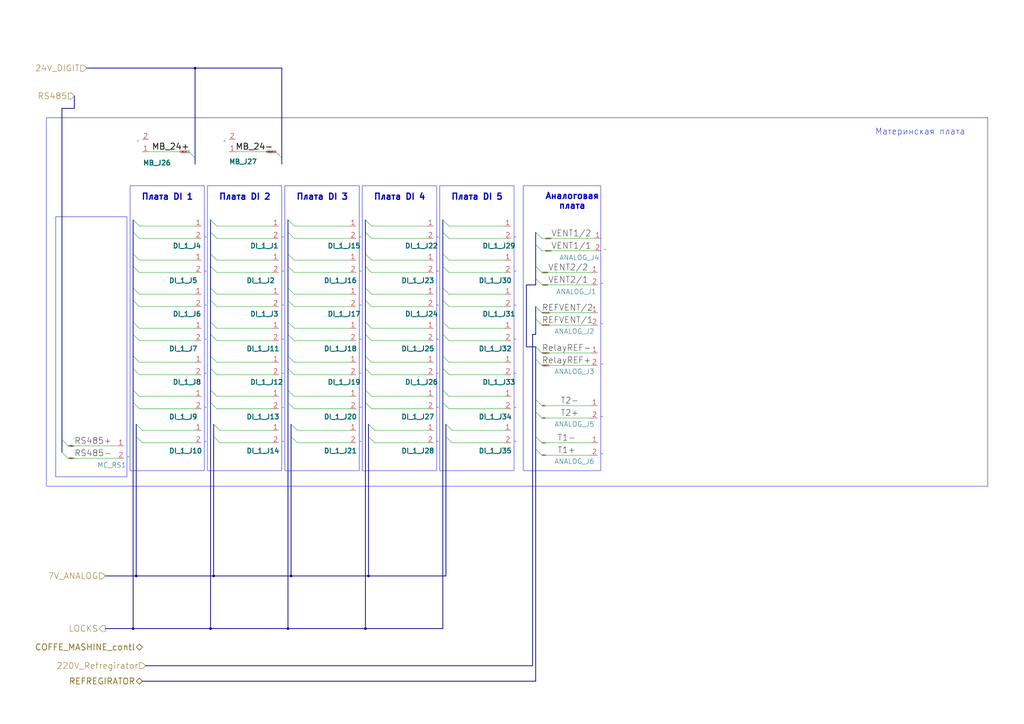
<source format=kicad_sch>
(kicad_sch (version 20231120) (generator "eeschema") (generator_version "8.0")
  (paper "A3")
  (lib_symbols
    (symbol "Connector:Conn_01x02_(wide)"
      (property "Reference" "J" (at 0 0 0))
      (symbol "Conn_01x02_(wide)_1_1"
        (pin input line (at -2.54 -5.08 0) (length 2.54) (name "") (number "1"))
        (pin input line (at -2.54 -10.16 0) (length 2.54) (name "") (number "2"))
      )
    )
  )
  (junction (at 54.61 257.81))
  (junction (at 80.01 27.94))
  (junction (at 119.38 236.22))
  (junction (at 118.11 257.81))
  (junction (at 55.88 236.22))
  (junction (at 87.63 236.22))
  (junction (at 151.13 236.22))
  (junction (at 86.36 257.81))
  (junction (at 149.86 257.81))
  (bus_entry (at 118.11 151.13) (size 2.54 2.54))
  (bus_entry (at 149.86 118.11) (size 2.54 2.54))
  (bus_entry (at 181.61 160.02) (size 2.54 2.54))
  (bus_entry (at 86.36 160.02) (size 2.54 2.54))
  (bus_entry (at 86.36 109.22) (size 2.54 2.54))
  (bus_entry (at 80.01 64.77) (size -2.54 -2.54))
  (bus_entry (at 119.38 179.07) (size 2.54 2.54))
  (bus_entry (at 219.71 163.83) (size 2.54 2.54))
  (bus_entry (at 219.71 125.73) (size 2.54 2.54))
  (bus_entry (at 118.11 104.14) (size 2.54 2.54))
  (bus_entry (at 54.61 146.05) (size 2.54 2.54))
  (bus_entry (at 86.36 137.16) (size 2.54 2.54))
  (bus_entry (at 219.71 114.3) (size 2.54 2.54))
  (bus_entry (at 182.88 179.07) (size 2.54 2.54))
  (bus_entry (at 54.61 137.16) (size 2.54 2.54))
  (bus_entry (at 149.86 160.02) (size 2.54 2.54))
  (bus_entry (at 87.63 179.07) (size 2.54 2.54))
  (bus_entry (at 54.61 118.11) (size 2.54 2.54))
  (bus_entry (at 149.86 109.22) (size 2.54 2.54))
  (bus_entry (at 219.71 179.07) (size 2.54 2.54))
  (bus_entry (at 86.36 104.14) (size 2.54 2.54))
  (bus_entry (at 149.86 165.1) (size 2.54 2.54))
  (bus_entry (at 25.4 180.34) (size 2.54 2.54))
  (bus_entry (at 86.36 151.13) (size 2.54 2.54))
  (bus_entry (at 219.71 95.25) (size 2.54 2.54))
  (bus_entry (at 219.71 147.32) (size 2.54 2.54))
  (bus_entry (at 55.88 173.99) (size 2.54 2.54))
  (bus_entry (at 118.11 90.17) (size 2.54 2.54))
  (bus_entry (at 54.61 123.19) (size 2.54 2.54))
  (bus_entry (at 118.11 146.05) (size 2.54 2.54))
  (bus_entry (at 118.11 160.02) (size 2.54 2.54))
  (bus_entry (at 149.86 104.14) (size 2.54 2.54))
  (bus_entry (at 151.13 179.07) (size 2.54 2.54))
  (bus_entry (at 54.61 160.02) (size 2.54 2.54))
  (bus_entry (at 118.11 132.08) (size 2.54 2.54))
  (bus_entry (at 219.71 130.81) (size 2.54 2.54))
  (bus_entry (at 118.11 165.1) (size 2.54 2.54))
  (bus_entry (at 149.86 132.08) (size 2.54 2.54))
  (bus_entry (at 181.61 95.25) (size 2.54 2.54))
  (bus_entry (at 86.36 90.17) (size 2.54 2.54))
  (bus_entry (at 182.88 173.99) (size 2.54 2.54))
  (bus_entry (at 54.61 95.25) (size 2.54 2.54))
  (bus_entry (at 86.36 132.08) (size 2.54 2.54))
  (bus_entry (at 149.86 95.25) (size 2.54 2.54))
  (bus_entry (at 118.11 137.16) (size 2.54 2.54))
  (bus_entry (at 181.61 109.22) (size 2.54 2.54))
  (bus_entry (at 149.86 151.13) (size 2.54 2.54))
  (bus_entry (at 86.36 146.05) (size 2.54 2.54))
  (bus_entry (at 149.86 123.19) (size 2.54 2.54))
  (bus_entry (at 181.61 90.17) (size 2.54 2.54))
  (bus_entry (at 54.61 109.22) (size 2.54 2.54))
  (bus_entry (at 181.61 118.11) (size 2.54 2.54))
  (bus_entry (at 86.36 123.19) (size 2.54 2.54))
  (bus_entry (at 119.38 173.99) (size 2.54 2.54))
  (bus_entry (at 149.86 90.17) (size 2.54 2.54))
  (bus_entry (at 181.61 137.16) (size 2.54 2.54))
  (bus_entry (at 219.71 142.24) (size 2.54 2.54))
  (bus_entry (at 149.86 137.16) (size 2.54 2.54))
  (bus_entry (at 115.57 64.77) (size -2.54 -2.54))
  (bus_entry (at 87.63 173.99) (size 2.54 2.54))
  (bus_entry (at 181.61 151.13) (size 2.54 2.54))
  (bus_entry (at 54.61 104.14) (size 2.54 2.54))
  (bus_entry (at 219.71 184.15) (size 2.54 2.54))
  (bus_entry (at 86.36 95.25) (size 2.54 2.54))
  (bus_entry (at 55.88 179.07) (size 2.54 2.54))
  (bus_entry (at 118.11 123.19) (size 2.54 2.54))
  (bus_entry (at 118.11 109.22) (size 2.54 2.54))
  (bus_entry (at 181.61 104.14) (size 2.54 2.54))
  (bus_entry (at 25.4 185.42) (size 2.54 2.54))
  (bus_entry (at 149.86 146.05) (size 2.54 2.54))
  (bus_entry (at 181.61 123.19) (size 2.54 2.54))
  (bus_entry (at 54.61 132.08) (size 2.54 2.54))
  (bus_entry (at 181.61 146.05) (size 2.54 2.54))
  (bus_entry (at 86.36 165.1) (size 2.54 2.54))
  (bus_entry (at 219.71 100.33) (size 2.54 2.54))
  (bus_entry (at 151.13 173.99) (size 2.54 2.54))
  (bus_entry (at 219.71 168.91) (size 2.54 2.54))
  (bus_entry (at 181.61 165.1) (size 2.54 2.54))
  (bus_entry (at 54.61 165.1) (size 2.54 2.54))
  (bus_entry (at 181.61 132.08) (size 2.54 2.54))
  (bus_entry (at 86.36 118.11) (size 2.54 2.54))
  (bus_entry (at 219.71 109.22) (size 2.54 2.54))
  (bus_entry (at 118.11 95.25) (size 2.54 2.54))
  (bus_entry (at 54.61 90.17) (size 2.54 2.54))
  (bus_entry (at 54.61 151.13) (size 2.54 2.54))
  (bus_entry (at 118.11 118.11) (size 2.54 2.54))
  (wire (pts (xy 152.4 111.76) (xy 175.26 111.76)))
  (bus (pts (xy 118.11 90.17) (xy 118.11 95.25)))
  (bus (pts (xy 86.36 160.02) (xy 86.36 165.1)))
  (bus (pts (xy 118.11 146.05) (xy 118.11 151.13)))
  (wire (pts (xy 88.9 162.56) (xy 111.76 162.56)))
  (bus (pts (xy 149.86 90.17) (xy 149.86 95.25)))
  (wire (pts (xy 90.17 181.61) (xy 111.76 181.61)))
  (wire (pts (xy 185.42 176.53) (xy 207.01 176.53)))
  (bus (pts (xy 181.61 160.02) (xy 181.61 165.1)))
  (bus (pts (xy 149.86 137.16) (xy 149.86 146.05)))
  (bus (pts (xy 149.86 95.25) (xy 149.86 104.14)))
  (bus (pts (xy 86.36 104.14) (xy 86.36 109.22)))
  (bus (pts (xy 219.71 163.83) (xy 219.71 168.91)))
  (bus (pts (xy 87.63 236.22) (xy 119.38 236.22)))
  (bus (pts (xy 219.71 114.3) (xy 219.71 109.22)))
  (bus (pts (xy 25.4 44.45) (xy 30.48 44.45)))
  (bus (pts (xy 219.71 168.91) (xy 219.71 179.07)))
  (bus (pts (xy 149.86 104.14) (xy 149.86 109.22)))
  (wire (pts (xy 57.15 134.62) (xy 80.01 134.62)))
  (bus (pts (xy 30.48 44.45) (xy 30.48 39.37)))
  (wire (pts (xy 184.15 162.56) (xy 207.01 162.56)))
  (bus (pts (xy 54.61 104.14) (xy 54.61 109.22)))
  (bus (pts (xy 182.88 173.99) (xy 182.88 179.07)))
  (bus (pts (xy 86.36 123.19) (xy 86.36 132.08)))
  (bus (pts (xy 80.01 27.94) (xy 115.57 27.94)))
  (wire (pts (xy 184.15 92.71) (xy 207.01 92.71)))
  (bus (pts (xy 182.88 236.22) (xy 151.13 236.22)))
  (bus (pts (xy 219.71 179.07) (xy 219.71 184.15)))
  (wire (pts (xy 222.25 111.76) (xy 242.57 111.76)))
  (bus (pts (xy 54.61 109.22) (xy 54.61 118.11)))
  (bus (pts (xy 54.61 118.11) (xy 54.61 123.19)))
  (bus (pts (xy 54.61 90.17) (xy 54.61 95.25)))
  (wire (pts (xy 120.65 139.7) (xy 143.51 139.7)))
  (wire (pts (xy 222.25 97.79) (xy 243.84 97.79)))
  (bus (pts (xy 115.57 67.31) (xy 115.57 64.77)))
  (wire (pts (xy 120.65 153.67) (xy 143.51 153.67)))
  (wire (pts (xy 184.15 125.73) (xy 207.01 125.73)))
  (wire (pts (xy 184.15 148.59) (xy 207.01 148.59)))
  (bus (pts (xy 87.63 179.07) (xy 87.63 236.22)))
  (wire (pts (xy 88.9 120.65) (xy 111.76 120.65)))
  (bus (pts (xy 115.57 64.77) (xy 115.57 27.94)))
  (bus (pts (xy 151.13 173.99) (xy 151.13 179.07)))
  (bus (pts (xy 119.38 236.22) (xy 151.13 236.22)))
  (wire (pts (xy 120.65 120.65) (xy 143.51 120.65)))
  (wire (pts (xy 27.94 182.88) (xy 48.26 182.88)))
  (bus (pts (xy 86.36 151.13) (xy 86.36 160.02)))
  (wire (pts (xy 184.15 106.68) (xy 207.01 106.68)))
  (bus (pts (xy 215.9 116.84) (xy 219.71 116.84)))
  (bus (pts (xy 219.71 142.24) (xy 219.71 147.32)))
  (wire (pts (xy 184.15 139.7) (xy 207.01 139.7)))
  (bus (pts (xy 118.11 137.16) (xy 118.11 146.05)))
  (bus (pts (xy 86.36 132.08) (xy 86.36 137.16)))
  (bus (pts (xy 35.56 27.94) (xy 80.01 27.94)))
  (bus (pts (xy 149.86 123.19) (xy 149.86 132.08)))
  (wire (pts (xy 184.15 153.67) (xy 207.01 153.67)))
  (wire (pts (xy 57.15 139.7) (xy 80.01 139.7)))
  (bus (pts (xy 86.36 137.16) (xy 86.36 146.05)))
  (bus (pts (xy 118.11 123.19) (xy 118.11 132.08)))
  (wire (pts (xy 88.9 148.59) (xy 111.76 148.59)))
  (wire (pts (xy 152.4 120.65) (xy 175.26 120.65)))
  (bus (pts (xy 80.01 67.31) (xy 80.01 64.77)))
  (bus (pts (xy 181.61 151.13) (xy 181.61 160.02)))
  (bus (pts (xy 118.11 160.02) (xy 118.11 165.1)))
  (wire (pts (xy 57.15 125.73) (xy 80.01 125.73)))
  (wire (pts (xy 57.15 111.76) (xy 80.01 111.76)))
  (wire (pts (xy 184.15 97.79) (xy 207.01 97.79)))
  (bus (pts (xy 54.61 137.16) (xy 54.61 146.05)))
  (bus (pts (xy 181.61 118.11) (xy 181.61 123.19)))
  (wire (pts (xy 222.25 166.37) (xy 242.57 166.37)))
  (wire (pts (xy 152.4 162.56) (xy 175.26 162.56)))
  (bus (pts (xy 54.61 160.02) (xy 54.61 165.1)))
  (bus (pts (xy 149.86 109.22) (xy 149.86 118.11)))
  (wire (pts (xy 121.92 181.61) (xy 143.51 181.61)))
  (bus (pts (xy 54.61 257.81) (xy 86.36 257.81)))
  (bus (pts (xy 118.11 118.11) (xy 118.11 123.19)))
  (wire (pts (xy 58.42 181.61) (xy 80.01 181.61)))
  (bus (pts (xy 43.18 236.22) (xy 55.88 236.22)))
  (bus (pts (xy 118.11 257.81) (xy 86.36 257.81)))
  (bus (pts (xy 54.61 95.25) (xy 54.61 104.14)))
  (bus (pts (xy 219.71 147.32) (xy 219.71 163.83)))
  (wire (pts (xy 153.67 176.53) (xy 175.26 176.53)))
  (bus (pts (xy 219.71 130.81) (xy 219.71 137.16)))
  (bus (pts (xy 181.61 165.1) (xy 181.61 257.81)))
  (bus (pts (xy 219.71 142.24) (xy 215.9 142.24)))
  (wire (pts (xy 57.15 106.68) (xy 80.01 106.68)))
  (wire (pts (xy 152.4 148.59) (xy 175.26 148.59)))
  (wire (pts (xy 120.65 97.79) (xy 143.51 97.79)))
  (bus (pts (xy 181.61 257.81) (xy 149.86 257.81)))
  (bus (pts (xy 149.86 118.11) (xy 149.86 123.19)))
  (wire (pts (xy 88.9 92.71) (xy 111.76 92.71)))
  (wire (pts (xy 88.9 139.7) (xy 111.76 139.7)))
  (bus (pts (xy 218.44 273.05) (xy 218.44 137.16)))
  (wire (pts (xy 57.15 120.65) (xy 80.01 120.65)))
  (bus (pts (xy 86.36 146.05) (xy 86.36 151.13)))
  (wire (pts (xy 58.42 176.53) (xy 80.01 176.53)))
  (wire (pts (xy 57.15 162.56) (xy 80.01 162.56)))
  (bus (pts (xy 118.11 95.25) (xy 118.11 104.14)))
  (bus (pts (xy 182.88 179.07) (xy 182.88 236.22)))
  (bus (pts (xy 149.86 160.02) (xy 149.86 165.1)))
  (wire (pts (xy 88.9 134.62) (xy 111.76 134.62)))
  (wire (pts (xy 222.25 128.27) (xy 242.57 128.27)))
  (bus (pts (xy 118.11 165.1) (xy 118.11 257.81)))
  (bus (pts (xy 86.36 95.25) (xy 86.36 104.14)))
  (wire (pts (xy 184.15 134.62) (xy 207.01 134.62)))
  (wire (pts (xy 113.03 62.23) (xy 96.52 62.23)))
  (bus (pts (xy 86.36 109.22) (xy 86.36 118.11)))
  (bus (pts (xy 219.71 125.73) (xy 219.71 130.81)))
  (wire (pts (xy 88.9 125.73) (xy 111.76 125.73)))
  (wire (pts (xy 121.92 176.53) (xy 143.51 176.53)))
  (wire (pts (xy 57.15 148.59) (xy 80.01 148.59)))
  (bus (pts (xy 54.61 123.19) (xy 54.61 132.08)))
  (wire (pts (xy 152.4 134.62) (xy 175.26 134.62)))
  (wire (pts (xy 222.25 144.78) (xy 242.57 144.78)))
  (bus (pts (xy 219.71 100.33) (xy 219.71 109.22)))
  (bus (pts (xy 149.86 165.1) (xy 149.86 257.81)))
  (bus (pts (xy 149.86 257.81) (xy 118.11 257.81)))
  (bus (pts (xy 119.38 173.99) (xy 119.38 179.07)))
  (bus (pts (xy 80.01 27.94) (xy 80.01 64.77)))
  (wire (pts (xy 185.42 181.61) (xy 207.01 181.61)))
  (wire (pts (xy 57.15 92.71) (xy 80.01 92.71)))
  (wire (pts (xy 27.94 187.96) (xy 48.26 187.96)))
  (bus (pts (xy 55.88 179.07) (xy 55.88 236.22)))
  (bus (pts (xy 149.86 132.08) (xy 149.86 137.16)))
  (wire (pts (xy 88.9 106.68) (xy 111.76 106.68)))
  (wire (pts (xy 184.15 120.65) (xy 207.01 120.65)))
  (wire (pts (xy 222.25 116.84) (xy 242.57 116.84)))
  (bus (pts (xy 118.11 151.13) (xy 118.11 160.02)))
  (bus (pts (xy 86.36 257.81) (xy 86.36 165.1)))
  (wire (pts (xy 120.65 106.68) (xy 143.51 106.68)))
  (bus (pts (xy 119.38 179.07) (xy 119.38 236.22)))
  (bus (pts (xy 54.61 165.1) (xy 54.61 257.81)))
  (wire (pts (xy 222.25 133.35) (xy 242.57 133.35)))
  (bus (pts (xy 181.61 137.16) (xy 181.61 146.05)))
  (wire (pts (xy 120.65 134.62) (xy 143.51 134.62)))
  (wire (pts (xy 120.65 167.64) (xy 143.51 167.64)))
  (bus (pts (xy 54.61 146.05) (xy 54.61 151.13)))
  (wire (pts (xy 184.15 167.64) (xy 207.01 167.64)))
  (bus (pts (xy 151.13 179.07) (xy 151.13 236.22)))
  (bus (pts (xy 181.61 109.22) (xy 181.61 118.11)))
  (bus (pts (xy 219.71 137.16) (xy 218.44 137.16)))
  (wire (pts (xy 120.65 125.73) (xy 143.51 125.73)))
  (wire (pts (xy 222.25 171.45) (xy 242.57 171.45)))
  (wire (pts (xy 120.65 92.71) (xy 143.51 92.71)))
  (bus (pts (xy 118.11 132.08) (xy 118.11 137.16)))
  (wire (pts (xy 152.4 92.71) (xy 175.26 92.71)))
  (wire (pts (xy 88.9 167.64) (xy 111.76 167.64)))
  (bus (pts (xy 25.4 185.42) (xy 25.4 180.34)))
  (wire (pts (xy 152.4 97.79) (xy 175.26 97.79)))
  (bus (pts (xy 181.61 104.14) (xy 181.61 109.22)))
  (wire (pts (xy 57.15 97.79) (xy 80.01 97.79)))
  (bus (pts (xy 87.63 236.22) (xy 55.88 236.22)))
  (bus (pts (xy 219.71 100.33) (xy 219.71 95.25)))
  (bus (pts (xy 219.71 184.15) (xy 219.71 279.4)))
  (bus (pts (xy 25.4 180.34) (xy 25.4 44.45)))
  (bus (pts (xy 55.88 173.99) (xy 55.88 179.07)))
  (wire (pts (xy 222.25 181.61) (xy 242.57 181.61)))
  (wire (pts (xy 152.4 139.7) (xy 175.26 139.7)))
  (wire (pts (xy 120.65 148.59) (xy 143.51 148.59)))
  (bus (pts (xy 181.61 146.05) (xy 181.61 151.13)))
  (bus (pts (xy 109.22 62.23) (xy 113.03 62.23)))
  (bus (pts (xy 87.63 173.99) (xy 87.63 179.07)))
  (bus (pts (xy 181.61 132.08) (xy 181.61 137.16)))
  (wire (pts (xy 88.9 97.79) (xy 111.76 97.79)))
  (bus (pts (xy 118.11 104.14) (xy 118.11 109.22)))
  (wire (pts (xy 222.25 186.69) (xy 242.57 186.69)))
  (bus (pts (xy 181.61 95.25) (xy 181.61 104.14)))
  (bus (pts (xy 149.86 151.13) (xy 149.86 160.02)))
  (bus (pts (xy 86.36 90.17) (xy 86.36 95.25)))
  (wire (pts (xy 184.15 111.76) (xy 207.01 111.76)))
  (bus (pts (xy 59.69 273.05) (xy 218.44 273.05)))
  (bus (pts (xy 215.9 142.24) (xy 215.9 116.84)))
  (bus (pts (xy 118.11 109.22) (xy 118.11 118.11)))
  (wire (pts (xy 88.9 153.67) (xy 111.76 153.67)))
  (wire (pts (xy 57.15 153.67) (xy 80.01 153.67)))
  (bus (pts (xy 181.61 90.17) (xy 181.61 95.25)))
  (wire (pts (xy 222.25 149.86) (xy 242.57 149.86)))
  (wire (pts (xy 120.65 111.76) (xy 143.51 111.76)))
  (wire (pts (xy 152.4 153.67) (xy 175.26 153.67)))
  (bus (pts (xy 181.61 123.19) (xy 181.61 132.08)))
  (wire (pts (xy 120.65 162.56) (xy 143.51 162.56)))
  (bus (pts (xy 86.36 118.11) (xy 86.36 123.19)))
  (wire (pts (xy 57.15 167.64) (xy 80.01 167.64)))
  (bus (pts (xy 219.71 116.84) (xy 219.71 114.3)))
  (wire (pts (xy 77.47 62.23) (xy 60.96 62.23)))
  (wire (pts (xy 152.4 125.73) (xy 175.26 125.73)))
  (wire (pts (xy 152.4 106.68) (xy 175.26 106.68)))
  (wire (pts (xy 222.25 102.87) (xy 243.84 102.87)))
  (wire (pts (xy 88.9 111.76) (xy 111.76 111.76)))
  (bus (pts (xy 58.42 279.4) (xy 219.71 279.4)))
  (bus (pts (xy 43.18 257.81) (xy 54.61 257.81)))
  (bus (pts (xy 54.61 132.08) (xy 54.61 137.16)))
  (wire (pts (xy 90.17 176.53) (xy 111.76 176.53)))
  (wire (pts (xy 152.4 167.64) (xy 175.26 167.64)))
  (wire (pts (xy 153.67 181.61) (xy 175.26 181.61)))
  (bus (pts (xy 54.61 151.13) (xy 54.61 160.02)))
  (bus (pts (xy 149.86 146.05) (xy 149.86 151.13)))
  (rectangle (start 148.59 76.2) (end 179.07 193.04))
  (rectangle (start 19.05 48.26) (end 405.13 199.39))
  (rectangle (start 85.09 76.2) (end 115.57 193.04))
  (rectangle (start 180.34 76.2) (end 210.82 193.04))
  (rectangle (start 53.34 76.2) (end 83.82 193.04))
  (rectangle (start 214.63 76.2) (end 246.38 193.04))
  (rectangle (start 22.86 88.9) (end 52.07 195.58))
  (rectangle (start 116.84 76.2) (end 147.32 193.04))
  (text "Материнская плата" (at 377.444 54.102 0) (effects (font (size 2.5 2.5))))
  (text "Аналоговая\nплата" (at 234.696 82.55 0) (effects (font (size 2.5 2.5) (thickness 0.5) (bold yes))))
  (text "Плата DI 4" (at 153.162 82.296 0) (effects (font (size 2.5 2.5) (thickness 0.5) (bold yes)) (justify left bottom)))
  (text "Плата DI 3" (at 121.412 82.296 0) (effects (font (size 2.5 2.5) (thickness 0.5) (bold yes)) (justify left bottom)))
  (text "Плата DI 1" (at 57.912 82.296 0) (effects (font (size 2.5 2.5) (thickness 0.5) (bold yes)) (justify left bottom)))
  (text "Плата DI 5" (at 184.912 82.296 0) (effects (font (size 2.5 2.5) (thickness 0.5) (bold yes)) (justify left bottom)))
  (text "Плата DI 2" (at 89.662 82.296 0) (effects (font (size 2.5 2.5) (thickness 0.5) (bold yes)) (justify left bottom)))
  (label "T2+" (at 229.87 171.45 0) (effects (font (size 2.5 2.5))))
  (label "T1-" (at 228.6 181.61 0) (effects (font (size 2.5 2.5))))
  (label "MB_24-" (at 96.52 62.23 0) (effects (font (size 2.5 2.5) (thickness 0.3125))))
  (label "REFVENT{slash}2" (at 222.25 128.27 0) (effects (font (size 2.5 2.5))))
  (label "MB_24+" (at 62.23 62.23 0) (effects (font (size 2.5 2.5) (thickness 0.3125))))
  (label "VENT1{slash}2" (at 226.06 97.79 0) (effects (font (size 2.5 2.5))))
  (label "REFVENT{slash}1" (at 222.25 133.35 0) (effects (font (size 2.5 2.5))))
  (label "RelayREF+" (at 222.25 149.86 0) (effects (font (size 2.5 2.5))))
  (label "RS485+" (at 30.48 182.88 0) (effects (font (size 2.5 2.5))))
  (label "RelayREF-" (at 222.25 144.78 0) (effects (font (size 2.5 2.5))))
  (label "T1+" (at 228.6 186.69 0) (effects (font (size 2.5 2.5))))
  (label "T2-" (at 229.87 166.37 0) (effects (font (size 2.5 2.5))))
  (label "VENT1{slash}1" (at 226.06 102.87 0) (effects (font (size 2.5 2.5))))
  (label "VENT2{slash}1" (at 224.79 116.84 0) (effects (font (size 2.5 2.5))))
  (label "RS485-" (at 30.48 187.96 0) (effects (font (size 2.5 2.5))))
  (label "VENT2{slash}2" (at 224.79 111.76 0) (effects (font (size 2.5 2.5))))
  (global_label "VENT1{slash}2" (shape input) (at 223.52 97.79 0) (effects (font (size 0.3 0.3))) (property "Intersheetrefs" "${INTERSHEET_REFS}" (effects (hide yes))))
  (global_label "VENT1{slash}1" (shape input) (at 223.52 102.87 0) (effects (font (size 0.3 0.3))) (property "Intersheetrefs" "${INTERSHEET_REFS}" (effects (hide yes))))
  (global_label "MB_24-" (shape input) (at 109.22 62.23 0) (effects (font (size 0.5 0.5))) (property "Intersheetrefs" "${INTERSHEET_REFS}" (effects (hide yes))))
  (global_label "T2-" (shape input) (at 222.25 166.37 0) (effects (font (size 0.3 0.3))) (property "Intersheetrefs" "${INTERSHEET_REFS}" (effects (hide yes))))
  (global_label "T1-" (shape input) (at 222.25 181.61 0) (effects (font (size 0.3 0.3))) (property "Intersheetrefs" "${INTERSHEET_REFS}" (effects (hide yes))))
  (global_label "RS485+" (shape input) (at 27.94 182.88 0) (effects (font (size 0.3 0.3))) (property "Intersheetrefs" "${INTERSHEET_REFS}" (effects (hide yes))))
  (global_label "REFVENT{slash}1" (shape input) (at 222.25 133.35 0) (effects (font (size 0.3 0.3))) (property "Intersheetrefs" "${INTERSHEET_REFS}" (effects (hide yes))))
  (global_label "REFVENT{slash}2" (shape input) (at 222.25 128.27 0) (effects (font (size 0.3 0.3))) (property "Intersheetrefs" "${INTERSHEET_REFS}" (effects (hide yes))))
  (global_label "MB_24+" (shape input) (at 73.66 62.23 0) (effects (font (size 0.5 0.5))) (property "Intersheetrefs" "${INTERSHEET_REFS}" (effects (hide yes))))
  (global_label "VENT2{slash}2" (shape input) (at 222.25 111.76 0) (effects (font (size 0.3 0.3))) (property "Intersheetrefs" "${INTERSHEET_REFS}" (effects (hide yes))))
  (global_label "VENT2{slash}1" (shape input) (at 222.25 116.84 0) (effects (font (size 0.3 0.3))) (property "Intersheetrefs" "${INTERSHEET_REFS}" (effects (hide yes))))
  (global_label "RS485-" (shape input) (at 27.94 187.96 0) (effects (font (size 0.3 0.3))) (property "Intersheetrefs" "${INTERSHEET_REFS}" (effects (hide yes))))
  (global_label "RelayREF-" (shape input) (at 222.25 144.78 0) (effects (font (size 0.3 0.3))) (property "Intersheetrefs" "${INTERSHEET_REFS}" (effects (hide yes))))
  (global_label "T1+" (shape input) (at 222.25 186.69 0) (effects (font (size 0.3 0.3))) (property "Intersheetrefs" "${INTERSHEET_REFS}" (effects (hide yes))))
  (global_label "RelayREF+" (shape input) (at 222.25 149.86 0) (effects (font (size 0.3 0.3))) (property "Intersheetrefs" "${INTERSHEET_REFS}" (effects (hide yes))))
  (global_label "T2+" (shape input) (at 222.25 171.45 0) (effects (font (size 0.3 0.3))) (property "Intersheetrefs" "${INTERSHEET_REFS}" (effects (hide yes))))
  (hierarchical_label "LOCKS" (shape output) (at 43.18 257.81 180) (effects (font (size 2.5 2.5))))
  (hierarchical_label "RS485" (shape input) (at 30.48 39.37 180) (effects (font (size 2.5 2.5))))
  (hierarchical_label "220V_Refregirator" (shape input) (at 59.69 273.05 180) (effects (font (size 2.5 2.5))))
  (hierarchical_label "7V_ANALOG" (shape input) (at 43.18 236.22 180) (effects (font (size 2.5 2.5))))
  (hierarchical_label "COFFE_MASHINE_contl" (shape bidirectional) (at 58.42 265.43 180) (effects (font (size 2.5 2.5) (thickness 0.254) (bold yes))))
  (hierarchical_label "24V_DIGIT" (shape input) (at 35.56 27.94 180) (effects (font (size 2.5 2.5))))
  (hierarchical_label "REFREGIRATOR" (shape bidirectional) (at 58.42 279.4 180) (effects (font (size 2.5 2.5) (thickness 0.254) (bold yes))))
  (symbol (lib_id "Connector:Conn_01x02_(wide)") (at 82.55 87.63 0) (unit 1)
    (property "Reference" "DI_1_J4" (at 70.612 100.838 0) (effects (font (size 2 2) (thickness 0.4) (bold yes)) (justify left)))
    (property "Value" "~" (at 83.82 97.155 0) (effects (justify left)))
  )
  (symbol (lib_id "Connector:Conn_01x02_(wide)") (at 177.8 115.57 0) (unit 1)
    (property "Reference" "DI_1_J24" (at 165.862 128.778 0) (effects (font (size 2 2) (thickness 0.4) (bold yes)) (justify left)))
    (property "Value" "~" (at 179.07 125.095 0) (effects (justify left)))
  )
  (symbol (lib_id "Connector:Conn_01x02_(wide)") (at 209.55 171.45 0) (unit 1)
    (property "Reference" "DI_1_J35" (at 196.088 184.912 0) (effects (font (size 2 2) (thickness 0.4) (bold yes)) (justify left)))
    (property "Value" "~" (at 210.82 180.975 0) (effects (justify left)))
  )
  (symbol (lib_id "Connector:Conn_01x02_(wide)") (at 146.05 171.45 0) (unit 1)
    (property "Reference" "DI_1_J21" (at 132.588 184.912 0) (effects (font (size 2 2) (thickness 0.4) (bold yes)) (justify left)))
    (property "Value" "~" (at 147.32 180.975 0) (effects (justify left)))
  )
  (symbol (lib_id "Connector:Conn_01x02_(wide)") (at 93.98 67.31 180) (unit 1)
    (property "Reference" "MB_J27" (at 105.664 66.294 0) (effects (font (size 2 2) (thickness 0.4) (bold yes)) (justify left)))
    (property "Value" "~" (at 92.71 57.785 0) (effects (justify left)))
  )
  (symbol (lib_id "Connector:Conn_01x02_(wide)") (at 114.3 101.6 0) (unit 1)
    (property "Reference" "DI_1_J2" (at 100.838 115.062 0) (effects (font (size 2 2) (thickness 0.4) (bold yes)) (justify left)))
    (property "Value" "~" (at 115.57 111.125 0) (effects (justify left)))
  )
  (symbol (lib_id "Connector:Conn_01x02_(wide)") (at 177.8 101.6 0) (unit 1)
    (property "Reference" "DI_1_J23" (at 164.338 115.062 0) (effects (font (size 2 2) (thickness 0.4) (bold yes)) (justify left)))
    (property "Value" "~" (at 179.07 111.125 0) (effects (justify left)))
  )
  (symbol (lib_id "Connector:Conn_01x02_(wide)") (at 82.55 129.54 0) (unit 1)
    (property "Reference" "DI_1_J7" (at 69.088 143.002 0) (effects (font (size 2 2) (thickness 0.4) (bold yes)) (justify left)))
    (property "Value" "~" (at 83.82 139.065 0) (effects (justify left)))
  )
  (symbol (lib_id "Connector:Conn_01x02_(wide)") (at 177.8 87.63 0) (unit 1)
    (property "Reference" "DI_1_J22" (at 165.862 100.838 0) (effects (font (size 2 2) (thickness 0.4) (bold yes)) (justify left)))
    (property "Value" "~" (at 179.07 97.155 0) (effects (justify left)))
  )
  (symbol (lib_id "Connector:Conn_01x02_(wide)") (at 245.11 176.53 0) (unit 1)
    (property "Reference" "ANALOG_J6" (at 227.33 189.23 0) (effects (font (size 2 2)) (justify left)))
    (property "Value" "~" (at 246.38 186.055 0) (effects (justify left)))
  )
  (symbol (lib_id "Connector:Conn_01x02_(wide)") (at 245.11 139.7 0) (unit 1)
    (property "Reference" "ANALOG_J3" (at 227.33 152.4 0) (effects (font (size 2 2)) (justify left)))
    (property "Value" "~" (at 246.38 149.225 0) (effects (justify left)))
  )
  (symbol (lib_id "Connector:Conn_01x02_(wide)") (at 114.3 171.45 0) (unit 1)
    (property "Reference" "DI_1_J14" (at 100.838 184.912 0) (effects (font (size 2 2) (thickness 0.4) (bold yes)) (justify left)))
    (property "Value" "~" (at 115.57 180.975 0) (effects (justify left)))
  )
  (symbol (lib_id "Connector:Conn_01x02_(wide)") (at 82.55 157.48 0) (unit 1)
    (property "Reference" "DI_1_J9" (at 69.088 170.942 0) (effects (font (size 2 2) (thickness 0.4) (bold yes)) (justify left)))
    (property "Value" "~" (at 83.82 167.005 0) (effects (justify left)))
  )
  (symbol (lib_id "Connector:Conn_01x02_(wide)") (at 245.11 106.68 0) (unit 1)
    (property "Reference" "ANALOG_J1" (at 228.092 119.634 0) (effects (font (size 2 2)) (justify left)))
    (property "Value" "~" (at 246.38 116.205 0) (effects (justify left)))
  )
  (symbol (lib_id "Connector:Conn_01x02_(wide)") (at 177.8 157.48 0) (unit 1)
    (property "Reference" "DI_1_J27" (at 164.338 170.942 0) (effects (font (size 2 2) (thickness 0.4) (bold yes)) (justify left)))
    (property "Value" "~" (at 179.07 167.005 0) (effects (justify left)))
  )
  (symbol (lib_id "Connector:Conn_01x02_(wide)") (at 146.05 143.51 0) (unit 1)
    (property "Reference" "DI_1_J19" (at 134.112 156.718 0) (effects (font (size 2 2) (thickness 0.4) (bold yes)) (justify left)))
    (property "Value" "~" (at 147.32 153.035 0) (effects (justify left)))
  )
  (symbol (lib_id "Connector:Conn_01x02_(wide)") (at 146.05 129.54 0) (unit 1)
    (property "Reference" "DI_1_J18" (at 132.588 143.002 0) (effects (font (size 2 2) (thickness 0.4) (bold yes)) (justify left)))
    (property "Value" "~" (at 147.32 139.065 0) (effects (justify left)))
  )
  (symbol (lib_id "Connector:Conn_01x02_(wide)") (at 58.42 67.31 180) (unit 1)
    (property "Reference" "MB_J26" (at 70.358 66.802 0) (effects (font (size 2 2) (thickness 0.4) (bold yes)) (justify left)))
    (property "Value" "~" (at 57.15 57.785 0) (effects (justify left)))
  )
  (symbol (lib_id "Connector:Conn_01x02_(wide)") (at 209.55 157.48 0) (unit 1)
    (property "Reference" "DI_1_J34" (at 196.088 170.942 0) (effects (font (size 2 2) (thickness 0.4) (bold yes)) (justify left)))
    (property "Value" "~" (at 210.82 167.005 0) (effects (justify left)))
  )
  (symbol (lib_id "Connector:Conn_01x02_(wide)") (at 146.05 157.48 0) (unit 1)
    (property "Reference" "DI_1_J20" (at 132.588 170.942 0) (effects (font (size 2 2) (thickness 0.4) (bold yes)) (justify left)))
    (property "Value" "~" (at 147.32 167.005 0) (effects (justify left)))
  )
  (symbol (lib_id "Connector:Conn_01x02_(wide)") (at 114.3 143.51 0) (unit 1)
    (property "Reference" "DI_1_J12" (at 102.362 156.718 0) (effects (font (size 2 2) (thickness 0.4) (bold yes)) (justify left)))
    (property "Value" "~" (at 115.57 153.035 0) (effects (justify left)))
  )
  (symbol (lib_id "Connector:Conn_01x02_(wide)") (at 177.8 171.45 0) (unit 1)
    (property "Reference" "DI_1_J28" (at 164.338 184.912 0) (effects (font (size 2 2) (thickness 0.4) (bold yes)) (justify left)))
    (property "Value" "~" (at 179.07 180.975 0) (effects (justify left)))
  )
  (symbol (lib_id "Connector:Conn_01x02_(wide)") (at 209.55 115.57 0) (unit 1)
    (property "Reference" "DI_1_J31" (at 197.612 128.778 0) (effects (font (size 2 2) (thickness 0.4) (bold yes)) (justify left)))
    (property "Value" "~" (at 210.82 125.095 0) (effects (justify left)))
  )
  (symbol (lib_id "Connector:Conn_01x02_(wide)") (at 177.8 143.51 0) (unit 1)
    (property "Reference" "DI_1_J26" (at 165.862 156.718 0) (effects (font (size 2 2) (thickness 0.4) (bold yes)) (justify left)))
    (property "Value" "~" (at 179.07 153.035 0) (effects (justify left)))
  )
  (symbol (lib_id "Connector:Conn_01x02_(wide)") (at 209.55 143.51 0) (unit 1)
    (property "Reference" "DI_1_J33" (at 197.612 156.718 0) (effects (font (size 2 2) (thickness 0.4) (bold yes)) (justify left)))
    (property "Value" "~" (at 210.82 153.035 0) (effects (justify left)))
  )
  (symbol (lib_id "Connector:Conn_01x02_(wide)") (at 114.3 157.48 0) (unit 1)
    (property "Reference" "DI_1_J13" (at 100.838 170.942 0) (effects (font (size 2 2) (thickness 0.4) (bold yes)) (justify left)))
    (property "Value" "~" (at 115.57 167.005 0) (effects (justify left)))
  )
  (symbol (lib_id "Connector:Conn_01x02_(wide)") (at 245.11 161.29 0) (unit 1)
    (property "Reference" "ANALOG_J5" (at 227.33 173.99 0) (effects (font (size 2 2)) (justify left)))
    (property "Value" "~" (at 246.38 170.815 0) (effects (justify left)))
  )
  (symbol (lib_id "Connector:Conn_01x02_(wide)") (at 82.55 143.51 0) (unit 1)
    (property "Reference" "DI_1_J8" (at 70.612 156.718 0) (effects (font (size 2 2) (thickness 0.4) (bold yes)) (justify left)))
    (property "Value" "~" (at 83.82 153.035 0) (effects (justify left)))
  )
  (symbol (lib_id "Connector:Conn_01x02_(wide)") (at 82.55 171.45 0) (unit 1)
    (property "Reference" "DI_1_J10" (at 69.088 184.912 0) (effects (font (size 2 2) (thickness 0.4) (bold yes)) (justify left)))
    (property "Value" "~" (at 83.82 180.975 0) (effects (justify left)))
  )
  (symbol (lib_id "Connector:Conn_01x02_(wide)") (at 146.05 115.57 0) (unit 1)
    (property "Reference" "DI_1_J17" (at 134.112 128.778 0) (effects (font (size 2 2) (thickness 0.4) (bold yes)) (justify left)))
    (property "Value" "~" (at 147.32 125.095 0) (effects (justify left)))
  )
  (symbol (lib_id "Connector:Conn_01x02_(wide)") (at 246.38 92.71 0) (unit 1)
    (property "Reference" "ANALOG_J4" (at 229.362 105.664 0) (effects (font (size 2 2)) (justify left)))
    (property "Value" "~" (at 247.65 102.235 0) (effects (justify left)))
  )
  (symbol (lib_id "Connector:Conn_01x02_(wide)") (at 146.05 101.6 0) (unit 1)
    (property "Reference" "DI_1_J16" (at 132.588 115.062 0) (effects (font (size 2 2) (thickness 0.4) (bold yes)) (justify left)))
    (property "Value" "~" (at 147.32 111.125 0) (effects (justify left)))
  )
  (symbol (lib_id "Connector:Conn_01x02_(wide)") (at 209.55 101.6 0) (unit 1)
    (property "Reference" "DI_1_J30" (at 196.088 115.062 0) (effects (font (size 2 2) (thickness 0.4) (bold yes)) (justify left)))
    (property "Value" "~" (at 210.82 111.125 0) (effects (justify left)))
  )
  (symbol (lib_id "Connector:Conn_01x02_(wide)") (at 209.55 129.54 0) (unit 1)
    (property "Reference" "DI_1_J32" (at 196.088 143.002 0) (effects (font (size 2 2) (thickness 0.4) (bold yes)) (justify left)))
    (property "Value" "~" (at 210.82 139.065 0) (effects (justify left)))
  )
  (symbol (lib_id "Connector:Conn_01x02_(wide)") (at 209.55 87.63 0) (unit 1)
    (property "Reference" "DI_1_J29" (at 197.612 100.838 0) (effects (font (size 2 2) (thickness 0.4) (bold yes)) (justify left)))
    (property "Value" "~" (at 210.82 97.155 0) (effects (justify left)))
  )
  (symbol (lib_id "Connector:Conn_01x02_(wide)") (at 82.55 101.6 0) (unit 1)
    (property "Reference" "DI_1_J5" (at 69.088 115.062 0) (effects (font (size 2 2) (thickness 0.4) (bold yes)) (justify left)))
    (property "Value" "~" (at 83.82 111.125 0) (effects (justify left)))
  )
  (symbol (lib_id "Connector:Conn_01x02_(wide)") (at 177.8 129.54 0) (unit 1)
    (property "Reference" "DI_1_J25" (at 164.338 143.002 0) (effects (font (size 2 2) (thickness 0.4) (bold yes)) (justify left)))
    (property "Value" "~" (at 179.07 139.065 0) (effects (justify left)))
  )
  (symbol (lib_id "Connector:Conn_01x02_(wide)") (at 114.3 87.63 0) (unit 1)
    (property "Reference" "DI_1_J1" (at 102.362 100.838 0) (effects (font (size 2 2) (thickness 0.4) (bold yes)) (justify left)))
    (property "Value" "~" (at 115.57 97.155 0) (effects (justify left)))
  )
  (symbol (lib_id "Connector:Conn_01x02_(wide)") (at 146.05 87.63 0) (unit 1)
    (property "Reference" "DI_1_J15" (at 134.112 100.838 0) (effects (font (size 2 2) (thickness 0.4) (bold yes)) (justify left)))
    (property "Value" "~" (at 147.32 97.155 0) (effects (justify left)))
  )
  (symbol (lib_id "Connector:Conn_01x02_(wide)") (at 114.3 129.54 0) (unit 1)
    (property "Reference" "DI_1_J11" (at 100.838 143.002 0) (effects (font (size 2 2) (thickness 0.4) (bold yes)) (justify left)))
    (property "Value" "~" (at 115.57 139.065 0) (effects (justify left)))
  )
  (symbol (lib_id "Connector:Conn_01x02_(wide)") (at 245.11 123.19 0) (unit 1)
    (property "Reference" "ANALOG_J2" (at 227.33 135.89 0) (effects (font (size 2 2)) (justify left)))
    (property "Value" "~" (at 246.38 132.715 0) (effects (justify left)))
  )
  (symbol (lib_id "Connector:Conn_01x02_(wide)") (at 82.55 115.57 0) (unit 1)
    (property "Reference" "DI_1_J6" (at 70.612 128.778 0) (effects (font (size 2 2) (thickness 0.4) (bold yes)) (justify left)))
    (property "Value" "~" (at 83.82 125.095 0) (effects (justify left)))
  )
  (symbol (lib_id "Connector:Conn_01x02_(wide)") (at 114.3 115.57 0) (unit 1)
    (property "Reference" "DI_1_J3" (at 102.362 128.778 0) (effects (font (size 2 2) (thickness 0.4) (bold yes)) (justify left)))
    (property "Value" "~" (at 115.57 125.095 0) (effects (justify left)))
  )
  (symbol (lib_id "Connector:Conn_01x02_(wide)") (at 50.8 177.8 0) (unit 1)
    (property "Reference" "MC_RS1" (at 39.878 190.754 0) (effects (font (size 2 2)) (justify left)))
    (property "Value" "~" (at 52.07 187.325 0) (effects (justify left)))
  )
)
</source>
